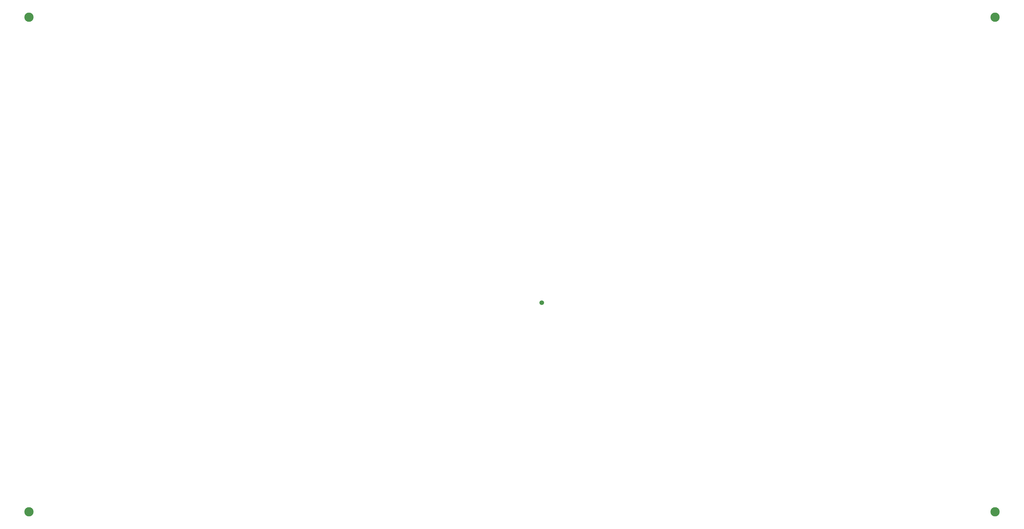
<source format=gbr>
G04 ===== Begin FILE IDENTIFICATION =====*
G04 File Format:  Gerber RS274X*
G04 ===== End FILE IDENTIFICATION =====*
%FSLAX36Y36*%
%MOMM*%
%SFA1.0000B1.0000*%
%OFA0.0B0.0*%
%ADD14C,3.000000*%
%ADD15C,1.500000*%
%LNhole*%
%IPPOS*%
%LPD*%
G75*
D14*
X327140100Y76566200D03*
D15*
X179998800Y144491300D03*
D14*
X13540100Y76566200D03*
Y237176200D03*
X327140100D03*
M02*


</source>
